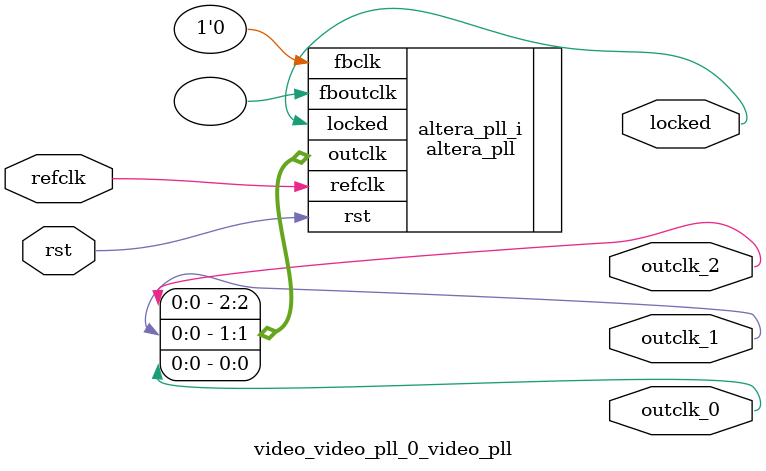
<source format=v>
`timescale 1ns/10ps
module  video_video_pll_0_video_pll(

	// interface 'refclk'
	input wire refclk,

	// interface 'reset'
	input wire rst,

	// interface 'outclk0'
	output wire outclk_0,

	// interface 'outclk1'
	output wire outclk_1,

	// interface 'outclk2'
	output wire outclk_2,

	// interface 'locked'
	output wire locked
);

	altera_pll #(
		.fractional_vco_multiplier("false"),
		.reference_clock_frequency("50.0 MHz"),
		.operation_mode("direct"),
		.number_of_clocks(3),
		.output_clock_frequency0("25.000000 MHz"),
		.phase_shift0("0 ps"),
		.duty_cycle0(50),
		.output_clock_frequency1("25.000000 MHz"),
		.phase_shift1("0 ps"),
		.duty_cycle1(50),
		.output_clock_frequency2("33.000000 MHz"),
		.phase_shift2("0 ps"),
		.duty_cycle2(50),
		.output_clock_frequency3("0 MHz"),
		.phase_shift3("0 ps"),
		.duty_cycle3(50),
		.output_clock_frequency4("0 MHz"),
		.phase_shift4("0 ps"),
		.duty_cycle4(50),
		.output_clock_frequency5("0 MHz"),
		.phase_shift5("0 ps"),
		.duty_cycle5(50),
		.output_clock_frequency6("0 MHz"),
		.phase_shift6("0 ps"),
		.duty_cycle6(50),
		.output_clock_frequency7("0 MHz"),
		.phase_shift7("0 ps"),
		.duty_cycle7(50),
		.output_clock_frequency8("0 MHz"),
		.phase_shift8("0 ps"),
		.duty_cycle8(50),
		.output_clock_frequency9("0 MHz"),
		.phase_shift9("0 ps"),
		.duty_cycle9(50),
		.output_clock_frequency10("0 MHz"),
		.phase_shift10("0 ps"),
		.duty_cycle10(50),
		.output_clock_frequency11("0 MHz"),
		.phase_shift11("0 ps"),
		.duty_cycle11(50),
		.output_clock_frequency12("0 MHz"),
		.phase_shift12("0 ps"),
		.duty_cycle12(50),
		.output_clock_frequency13("0 MHz"),
		.phase_shift13("0 ps"),
		.duty_cycle13(50),
		.output_clock_frequency14("0 MHz"),
		.phase_shift14("0 ps"),
		.duty_cycle14(50),
		.output_clock_frequency15("0 MHz"),
		.phase_shift15("0 ps"),
		.duty_cycle15(50),
		.output_clock_frequency16("0 MHz"),
		.phase_shift16("0 ps"),
		.duty_cycle16(50),
		.output_clock_frequency17("0 MHz"),
		.phase_shift17("0 ps"),
		.duty_cycle17(50),
		.pll_type("General"),
		.pll_subtype("General")
	) altera_pll_i (
		.rst	(rst),
		.outclk	({outclk_2, outclk_1, outclk_0}),
		.locked	(locked),
		.fboutclk	( ),
		.fbclk	(1'b0),
		.refclk	(refclk)
	);
endmodule


</source>
